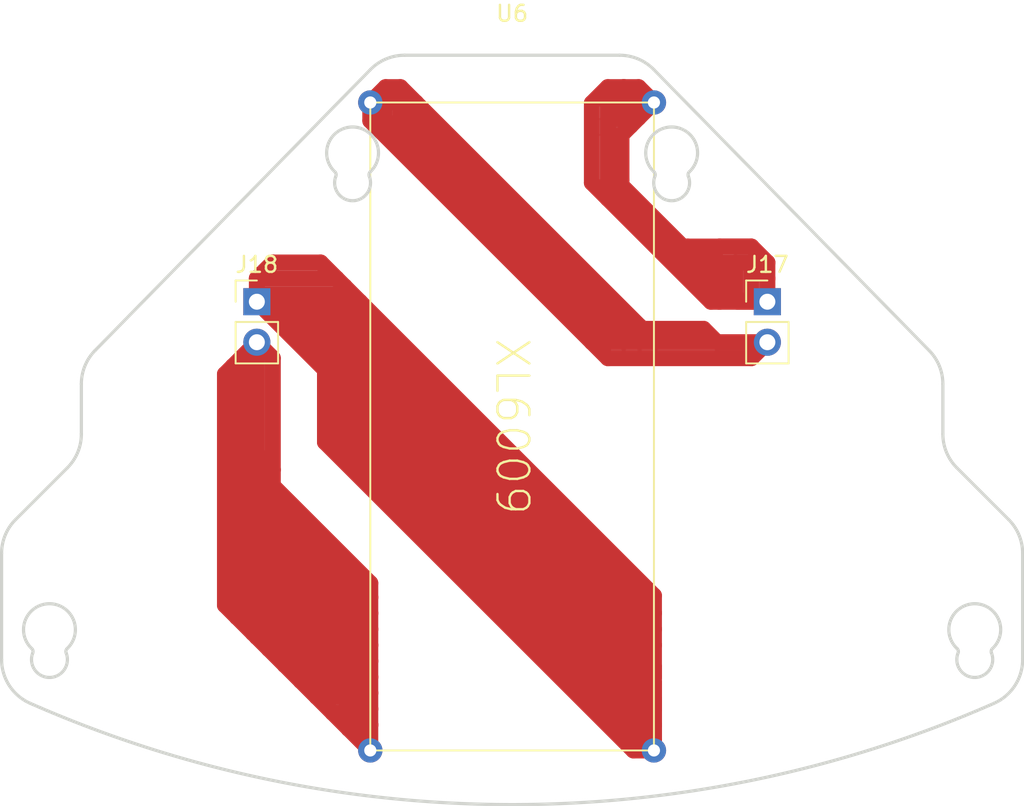
<source format=kicad_pcb>
(kicad_pcb (version 20221018) (generator pcbnew)
  (layers (0 "F.Cu" signal) (31 "B.Cu" signal) (34 "B.Paste" user) (35 "F.Paste" user) (36 "B.SilkS" user "B.Silkscreen") (37 "F.SilkS" user "F.Silkscreen") (38 "B.Mask" user) (39 "F.Mask" user) (44 "Edge.Cuts" user))
  (net 0 "")
  (net 1 "+12V")
  (net 2 "GND")
  (net 3 "OUT+")
  (net 4 "OUT-")
  (footprint "Connector_PinHeader_2.54mm:PinHeader_1x02_P2.54mm_Vertical" (layer "F.Cu") (at 166 75.46)
    (fp_text reference "J17" (at 0 -2.33) (layer "F.SilkS"))
    (fp_text value "Conn_01x02_Socket")
    (fp_line (start -1.33 -1.33) (end 0 -1.33) (stroke (width 0.12)) (layer "F.SilkS"))
    (fp_line (start -1.33 0) (end -1.33 -1.33) (stroke (width 0.12)) (layer "F.SilkS"))
    (fp_line (start -1.33 1.27) (end -1.33 3.87) (stroke (width 0.12)) (layer "F.SilkS"))
    (fp_line (start -1.33 1.27) (end 1.33 1.27) (stroke (width 0.12)) (layer "F.SilkS"))
    (fp_line (start -1.33 3.87) (end 1.33 3.87) (stroke (width 0.12)) (layer "F.SilkS"))
    (fp_line (start 1.33 1.27) (end 1.33 3.87) (stroke (width 0.12)) (layer "F.SilkS"))
    (pad "1" thru_hole rect (at 0 0) (size 1.7 1.7) (drill 1) (layers "*.Cu" "*.Mask") (net 1 "+12V"))
    (pad "2" thru_hole oval (at 0 2.54) (size 1.7 1.7) (drill 1) (layers "*.Cu" "*.Mask") (net 2 "GND"))
  )
  (footprint "XL6009:XL6009" (layer "F.Cu") (at 150 57.884)
    (fp_text reference "U6" (at 0 -0.5 unlocked) (layer "F.SilkS"))
    (fp_text value "XL6009")
    (fp_text user "XL6009" (at 0 25.4 270 unlocked) (layer "F.SilkS") (effects (font (size 2 2))))
    (fp_rect (start -8.89 5.08) (end 8.89 45.72) (stroke (width 0.12)) (fill none) (layer "F.SilkS"))
    (pad "1" thru_hole circle (at 8.89 5.08) (size 1.524 1.524) (drill 0.762) (layers "*.Cu" "*.Mask") (net 1 "+12V"))
    (pad "2" thru_hole circle (at -8.89 5.08) (size 1.524 1.524) (drill 0.762) (layers "*.Cu" "*.Mask") (net 2 "GND"))
    (pad "3" thru_hole circle (at 8.89 45.72) (size 1.524 1.524) (drill 0.762) (layers "*.Cu" "*.Mask") (net 3 "OUT+"))
    (pad "4" thru_hole circle (at -8.89 45.72) (size 1.524 1.524) (drill 0.762) (layers "*.Cu" "*.Mask") (net 4 "OUT-"))
  )
  (footprint "Connector_PinHeader_2.54mm:PinHeader_1x02_P2.54mm_Vertical" (layer "F.Cu") (at 134 75.46)
    (fp_text reference "J18" (at 0 -2.33) (layer "F.SilkS"))
    (fp_text value "Conn_01x02_Socket")
    (fp_line (start -1.33 -1.33) (end 0 -1.33) (stroke (width 0.12)) (layer "F.SilkS"))
    (fp_line (start -1.33 0) (end -1.33 -1.33) (stroke (width 0.12)) (layer "F.SilkS"))
    (fp_line (start -1.33 1.27) (end -1.33 3.87) (stroke (width 0.12)) (layer "F.SilkS"))
    (fp_line (start -1.33 1.27) (end 1.33 1.27) (stroke (width 0.12)) (layer "F.SilkS"))
    (fp_line (start -1.33 3.87) (end 1.33 3.87) (stroke (width 0.12)) (layer "F.SilkS"))
    (fp_line (start 1.33 1.27) (end 1.33 3.87) (stroke (width 0.12)) (layer "F.SilkS"))
    (pad "1" thru_hole rect (at 0 0) (size 1.7 1.7) (drill 1) (layers "*.Cu" "*.Mask") (net 3 "OUT+"))
    (pad "2" thru_hole oval (at 0 2.54) (size 1.7 1.7) (drill 1) (layers "*.Cu" "*.Mask") (net 4 "OUT-"))
  )
  (gr_line (start 181.121321 89.121321) (end 177.87868 85.87868) (stroke (width 0.2)) (layer "Edge.Cuts"))
  (gr_arc (start 177.891331 97.214498) (mid 177.964609 97.342164) (end 177.953354 97.488943) (stroke (width 0.2)) (layer "Edge.Cuts"))
  (gr_line (start 182 97.901443) (end 182 91.242642) (stroke (width 0.2)) (layer "Edge.Cuts"))
  (gr_line (start 141.117718 60.900673) (end 123.856912 78.52128) (stroke (width 0.2)) (layer "Edge.Cuts"))
  (gr_arc (start 180.046647 97.488943) (mid 179 99.026444) (end 177.953354 97.488943) (stroke (width 0.2)) (layer "Edge.Cuts"))
  (gr_arc (start 118 91.242642) (mid 118.228341 90.094582) (end 118.878679 89.121321) (stroke (width 0.2)) (layer "Edge.Cuts"))
  (gr_arc (start 180.046647 97.488943) (mid 180.035365 97.342158) (end 180.10867 97.214498) (stroke (width 0.2)) (layer "Edge.Cuts"))
  (gr_arc (start 177.891331 97.214498) (mid 179 94.401444) (end 180.10867 97.214498) (stroke (width 0.2)) (layer "Edge.Cuts"))
  (gr_arc (start 141.117718 60.900673) (mid 142.09848 60.23433) (end 143.260806 60) (stroke (width 0.2)) (layer "Edge.Cuts"))
  (gr_arc (start 123 80.620607) (mid 123.222489 79.486874) (end 123.856912 78.52128) (stroke (width 0.2)) (layer "Edge.Cuts"))
  (gr_arc (start 119.791666 100.647336) (mid 118.487531 99.540802) (end 118 97.901443) (stroke (width 0.2)) (layer "Edge.Cuts"))
  (gr_arc (start 119.89133 97.214498) (mid 120.999999 94.401444) (end 122.108669 97.214498) (stroke (width 0.2)) (layer "Edge.Cuts"))
  (gr_arc (start 123 83.75736) (mid 122.771654 84.905417) (end 122.12132 85.87868) (stroke (width 0.2)) (layer "Edge.Cuts"))
  (gr_line (start 123 80.620607) (end 123 83.75736) (stroke (width 0.2)) (layer "Edge.Cuts"))
  (gr_arc (start 119.89133 97.214498) (mid 119.964638 97.342161) (end 119.953353 97.488943) (stroke (width 0.2)) (layer "Edge.Cuts"))
  (gr_arc (start 138.89133 67.313056) (mid 140 64.500001) (end 141.10867 67.313056) (stroke (width 0.2)) (layer "Edge.Cuts"))
  (gr_arc (start 141.046646 67.587501) (mid 141.035382 67.440731) (end 141.10867 67.313056) (stroke (width 0.2)) (layer "Edge.Cuts"))
  (gr_line (start 176.143088 78.52128) (end 158.882282 60.900673) (stroke (width 0.2)) (layer "Edge.Cuts"))
  (gr_arc (start 182 97.901443) (mid 181.512469 99.540802) (end 180.208334 100.647336) (stroke (width 0.2)) (layer "Edge.Cuts"))
  (gr_arc (start 161.046647 67.587501) (mid 161.035388 67.440729) (end 161.10867 67.313056) (stroke (width 0.2)) (layer "Edge.Cuts"))
  (gr_arc (start 181.121321 89.121321) (mid 181.77164 90.094591) (end 182 91.242642) (stroke (width 0.2)) (layer "Edge.Cuts"))
  (gr_arc (start 176.143088 78.52128) (mid 176.777534 79.486864) (end 177 80.620607) (stroke (width 0.2)) (layer "Edge.Cuts"))
  (gr_arc (start 158.89133 67.313056) (mid 160 64.500001) (end 161.10867 67.313056) (stroke (width 0.2)) (layer "Edge.Cuts"))
  (gr_line (start 122.12132 85.87868) (end 118.878679 89.121321) (stroke (width 0.2)) (layer "Edge.Cuts"))
  (gr_line (start 177 83.75736) (end 177 80.620607) (stroke (width 0.2)) (layer "Edge.Cuts"))
  (gr_line (start 118 91.242642) (end 118 97.901443) (stroke (width 0.2)) (layer "Edge.Cuts"))
  (gr_arc (start 177.87868 85.87868) (mid 177.228356 84.905411) (end 177 83.75736) (stroke (width 0.2)) (layer "Edge.Cuts"))
  (gr_arc (start 156.739194 60) (mid 157.901527 60.234315) (end 158.882282 60.900673) (stroke (width 0.2)) (layer "Edge.Cuts"))
  (gr_arc (start 122.046646 97.488943) (mid 122.035369 97.342155) (end 122.108669 97.214498) (stroke (width 0.2)) (layer "Edge.Cuts"))
  (gr_arc (start 180.208334 100.647336) (mid 150 107.000001) (end 119.791666 100.647336) (stroke (width 0.2)) (layer "Edge.Cuts"))
  (gr_arc (start 138.89133 67.313056) (mid 138.964601 67.440727) (end 138.953353 67.587501) (stroke (width 0.2)) (layer "Edge.Cuts"))
  (gr_arc (start 141.046646 67.587501) (mid 139.999999 69.125003) (end 138.953353 67.587501) (stroke (width 0.2)) (layer "Edge.Cuts"))
  (gr_arc (start 158.89133 67.313056) (mid 158.964631 67.440724) (end 158.953354 67.587501) (stroke (width 0.2)) (layer "Edge.Cuts"))
  (gr_arc (start 122.046646 97.488943) (mid 120.999999 99.026445) (end 119.953353 97.488943) (stroke (width 0.2)) (layer "Edge.Cuts"))
  (gr_line (start 156.739194 60) (end 143.260806 60) (stroke (width 0.2)) (layer "Edge.Cuts"))
  (gr_arc (start 161.046647 67.587501) (mid 160 69.125002) (end 158.953354 67.587501) (stroke (width 0.2)) (layer "Edge.Cuts"))
  (segment (start 164 73) (end 164 75) (width 1) (layer "F.Cu") (net 1))
  (segment (start 158.89 62.964) (end 157.927 63.927) (width 1) (layer "F.Cu") (net 1))
  (segment (start 157 64) (end 156 64) (width 1) (layer "F.Cu") (net 1))
  (segment (start 156.854 65) (end 156.854 67.836) (width 1) (layer "F.Cu") (net 1))
  (segment (start 162.845 74.155) (end 164 73) (width 1) (layer "F.Cu") (net 1))
  (segment (start 163 75.46) (end 162.46 75.46) (width 1) (layer "F.Cu") (net 1))
  (segment (start 164 75) (end 163.845 75.155) (width 1) (layer "F.Cu") (net 1))
  (segment (start 156 65) (end 156 63) (width 1) (layer "F.Cu") (net 1))
  (segment (start 157.926 62) (end 157 62) (width 1) (layer "F.Cu") (net 1))
  (segment (start 161.845 73.155) (end 160.845 72.155) (width 1) (layer "F.Cu") (net 1))
  (segment (start 156 62) (end 155 63) (width 1) (layer "F.Cu") (net 1))
  (segment (start 156 69) (end 156 68) (width 1) (layer "F.Cu") (net 1))
  (segment (start 156 68) (end 156 65) (width 1) (layer "F.Cu") (net 1))
  (segment (start 163.845 75.155) (end 162.845 74.155) (width 1) (layer "F.Cu") (net 1))
  (segment (start 166 73) (end 166 74) (width 1) (layer "F.Cu") (net 1))
  (segment (start 156.854 67.836) (end 156.69 68) (width 1) (layer "F.Cu") (net 1))
  (segment (start 162.845 74.155) (end 161.845 73.155) (width 1) (layer "F.Cu") (net 1))
  (segment (start 166 75.46) (end 165 75.46) (width 1) (layer "F.Cu") (net 1))
  (segment (start 162.5 72.5) (end 163 73) (width 1) (layer "F.Cu") (net 1))
  (segment (start 157.427 64.427) (end 156.854 65) (width 1) (layer "F.Cu") (net 1))
  (segment (start 156 68) (end 156 68.46) (width 1) (layer "F.Cu") (net 1))
  (segment (start 157.927 63.927) (end 157.427 64.427) (width 1) (layer "F.Cu") (net 1))
  (segment (start 165 73) (end 166 73) (width 1) (layer "F.Cu") (net 1))
  (segment (start 156.69 68) (end 156 68) (width 1) (layer "F.Cu") (net 1))
  (segment (start 161 72) (end 165 72) (width 1) (layer "F.Cu") (net 1))
  (segment (start 161.845 73.155) (end 162.5 72.5) (width 1) (layer "F.Cu") (net 1))
  (segment (start 157.927 63.927) (end 157.036 63.036) (width 1) (layer "F.Cu") (net 1))
  (segment (start 165 75.46) (end 164.15 75.46) (width 1) (layer "F.Cu") (net 1))
  (segment (start 163 73) (end 165 73) (width 1) (layer "F.Cu") (net 1))
  (segment (start 164.15 75.46) (end 163.845 75.155) (width 1) (layer "F.Cu") (net 1))
  (segment (start 163 72) (end 165 72) (width 1) (layer "F.Cu") (net 1))
  (segment (start 155 68) (end 156 69) (width 1) (layer "F.Cu") (net 1))
  (segment (start 156 63) (end 157 62) (width 1) (layer "F.Cu") (net 1))
  (segment (start 164 73) (end 165 73) (width 1) (layer "F.Cu") (net 1))
  (segment (start 155 63) (end 155 68) (width 1) (layer "F.Cu") (net 1))
  (segment (start 157.427 64.427) (end 157 64) (width 1) (layer "F.Cu") (net 1))
  (segment (start 166 74) (end 165 73) (width 1) (layer "F.Cu") (net 1))
  (segment (start 157.036 62.964) (end 158.89 62.964) (width 1) (layer "F.Cu") (net 1))
  (segment (start 165 73) (end 165 75.46) (width 1) (layer "F.Cu") (net 1))
  (segment (start 158.89 62.964) (end 157.926 62) (width 1) (layer "F.Cu") (net 1))
  (segment (start 166 75.46) (end 163 75.46) (width 1) (layer "F.Cu") (net 1))
  (segment (start 160.845 72.155) (end 156.69 68) (width 1) (layer "F.Cu") (net 1))
  (segment (start 157 62) (end 156 62) (width 1) (layer "F.Cu") (net 1))
  (segment (start 162.46 75.46) (end 156 69) (width 1) (layer "F.Cu") (net 1))
  (segment (start 162.5 72.5) (end 163 72) (width 1) (layer "F.Cu") (net 1))
  (segment (start 160.845 72.155) (end 161 72) (width 1) (layer "F.Cu") (net 1))
  (segment (start 165 72) (end 166 73) (width 1) (layer "F.Cu") (net 1))
  (segment (start 156 68.46) (end 163 75.46) (width 1) (layer "F.Cu") (net 1))
  (segment (start 156 64) (end 157.036 62.964) (width 1) (layer "F.Cu") (net 1))
  (segment (start 166 74) (end 166 75.46) (width 1) (layer "F.Cu") (net 1))
  (segment (start 157.036 63.036) (end 157.036 62.964) (width 1) (layer "F.Cu") (net 1))
  (segment (start 156 65) (end 156 64) (width 1) (layer "F.Cu") (net 1))
  (segment (start 156.854 65) (end 156 65) (width 1) (layer "F.Cu") (net 1))
  (segment (start 162 77.16) (end 162.84 78) (width 1) (layer "F.Cu") (net 2))
  (segment (start 143 62.964) (end 142 62.964) (width 1) (layer "F.Cu") (net 2))
  (segment (start 162.84 78) (end 166 78) (width 1) (layer "F.Cu") (net 2))
  (segment (start 142 62.964) (end 142 64) (width 1) (layer "F.Cu") (net 2))
  (segment (start 166 78) (end 165 79) (width 1) (layer "F.Cu") (net 2))
  (segment (start 143 64) (end 157 78) (width 1) (layer "F.Cu") (net 2))
  (segment (start 143.964 63.964) (end 158 78) (width 1) (layer "F.Cu") (net 2))
  (segment (start 156 79) (end 155 78) (width 1) (layer "F.Cu") (net 2))
  (segment (start 141.11 62.964) (end 141.11 64.11) (width 1) (layer "F.Cu") (net 2))
  (segment (start 158.16 77.16) (end 162 77.16) (width 1) (layer "F.Cu") (net 2))
  (segment (start 141.11 62.964) (end 142.074 62) (width 1) (layer "F.Cu") (net 2))
  (segment (start 142 62.964) (end 141.11 62.964) (width 1) (layer "F.Cu") (net 2))
  (segment (start 156 78) (end 157 78) (width 1) (layer "F.Cu") (net 2))
  (segment (start 143 62) (end 143.964 62.964) (width 1) (layer "F.Cu") (net 2))
  (segment (start 158 78) (end 159 78) (width 1) (layer "F.Cu") (net 2))
  (segment (start 143 62.964) (end 143 64) (width 1) (layer "F.Cu") (net 2))
  (segment (start 158 77) (end 143.964 62.964) (width 1) (layer "F.Cu") (net 2))
  (segment (start 166 78) (end 159 78) (width 1) (layer "F.Cu") (net 2))
  (segment (start 158 77) (end 158.16 77.16) (width 1) (layer "F.Cu") (net 2))
  (segment (start 143.964 62.964) (end 143.964 63.964) (width 1) (layer "F.Cu") (net 2))
  (segment (start 159 78) (end 158 77) (width 1) (layer "F.Cu") (net 2))
  (segment (start 142 64) (end 156 78) (width 1) (layer "F.Cu") (net 2))
  (segment (start 143.964 62.964) (end 143 62.964) (width 1) (layer "F.Cu") (net 2))
  (segment (start 142.074 62) (end 143 62) (width 1) (layer "F.Cu") (net 2))
  (segment (start 141.11 64.11) (end 155 78) (width 1) (layer "F.Cu") (net 2))
  (segment (start 157 78) (end 158 78) (width 1) (layer "F.Cu") (net 2))
  (segment (start 155 78) (end 156 78) (width 1) (layer "F.Cu") (net 2))
  (segment (start 165 79) (end 156 79) (width 1) (layer "F.Cu") (net 2))
  (segment (start 158.27 101) (end 158.89 101) (width 1) (layer "F.Cu") (net 3))
  (segment (start 138 73) (end 139 74) (width 1) (layer "F.Cu") (net 3))
  (segment (start 137 75.46) (end 158.54 97) (width 1) (layer "F.Cu") (net 3))
  (segment (start 138.27 81) (end 138.27 79.73) (width 1) (layer "F.Cu") (net 3))
  (segment (start 140.46 75.46) (end 158.89 93.89) (width 1) (layer "F.Cu") (net 3))
  (segment (start 138.27 84.27) (end 138.27 83) (width 1) (layer "F.Cu") (net 3))
  (segment (start 138 75.46) (end 138.35 75.46) (width 1) (layer "F.Cu") (net 3))
  (segment (start 134 75) (end 134 74) (width 1) (layer "F.Cu") (net 3))
  (segment (start 139 75) (end 134 75) (width 1) (layer "F.Cu") (net 3))
  (segment (start 136 75.46) (end 158.89 98.35) (width 1) (layer "F.Cu") (net 3))
  (segment (start 136 75.46) (end 137 75.46) (width 1) (layer "F.Cu") (net 3))
  (segment (start 134 75.46) (end 138.27 79.73) (width 1) (layer "F.Cu") (net 3))
  (segment (start 134 74) (end 135 73) (width 1) (layer "F.Cu") (net 3))
  (segment (start 138.27 83) (end 158.27 103) (width 1) (layer "F.Cu") (net 3))
  (segment (start 158.89 97) (end 158.89 99) (width 1) (layer "F.Cu") (net 3))
  (segment (start 157.604 103.604) (end 138.27 84.27) (width 1) (layer "F.Cu") (net 3))
  (segment (start 138.27 79.73) (end 158.89 100.35) (width 1) (layer "F.Cu") (net 3))
  (segment (start 158.27 103) (end 158.89 103) (width 1) (layer "F.Cu") (net 3))
  (segment (start 158.89 103.604) (end 157.604 103.604) (width 1) (layer "F.Cu") (net 3))
  (segment (start 134 75.46) (end 135 75.46) (width 1) (layer "F.Cu") (net 3))
  (segment (start 135 75.46) (end 136 75.46) (width 1) (layer "F.Cu") (net 3))
  (segment (start 158.89 98.35) (end 158.89 99) (width 1) (layer "F.Cu") (net 3))
  (segment (start 138 75.46) (end 139.35 75.46) (width 1) (layer "F.Cu") (net 3))
  (segment (start 158.89 96) (end 158.89 97) (width 1) (layer "F.Cu") (net 3))
  (segment (start 158.89 93.89) (end 158.89 95) (width 1) (layer "F.Cu") (net 3))
  (segment (start 158.89 95) (end 158.89 96) (width 1) (layer "F.Cu") (net 3))
  (segment (start 139.5 74.5) (end 139 75) (width 1) (layer "F.Cu") (net 3))
  (segment (start 138.27 82) (end 138.27 81) (width 1) (layer "F.Cu") (net 3))
  (segment (start 138.27 81) (end 158.27 101) (width 1) (layer "F.Cu") (net 3))
  (segment (start 135 75.46) (end 158.89 99.35) (width 1) (layer "F.Cu") (net 3))
  (segment (start 158.89 101) (end 158.89 102) (width 1) (layer "F.Cu") (net 3))
  (segment (start 158.89 103) (end 158.89 103.604) (width 1) (layer "F.Cu") (net 3))
  (segment (start 158.89 100.35) (end 158.89 101) (width 1) (layer "F.Cu") (net 3))
  (segment (start 158.54 97) (end 158.89 97) (width 1) (layer "F.Cu") (net 3))
  (segment (start 134 75.46) (end 140.46 75.46) (width 1) (layer "F.Cu") (net 3))
  (segment (start 158.89 99) (end 158.89 103.604) (width 1) (layer "F.Cu") (net 3))
  (segment (start 134 75.46) (end 138.54 75.46) (width 1) (layer "F.Cu") (net 3))
  (segment (start 158.89 102) (end 158.89 103) (width 1) (layer "F.Cu") (net 3))
  (segment (start 137 75.46) (end 138 75.46) (width 1) (layer "F.Cu") (net 3))
  (segment (start 138.35 75.46) (end 158.89 96) (width 1) (layer "F.Cu") (net 3))
  (segment (start 138.27 82) (end 158.27 102) (width 1) (layer "F.Cu") (net 3))
  (segment (start 158.27 102) (end 158.89 102) (width 1) (layer "F.Cu") (net 3))
  (segment (start 135 73) (end 138 73) (width 1) (layer "F.Cu") (net 3))
  (segment (start 139.35 75.46) (end 158.89 95) (width 1) (layer "F.Cu") (net 3))
  (segment (start 134 75.46) (end 134 75) (width 1) (layer "F.Cu") (net 3))
  (segment (start 138.54 75.46) (end 139.5 74.5) (width 1) (layer "F.Cu") (net 3))
  (segment (start 134 74) (end 139 74) (width 1) (layer "F.Cu") (net 3))
  (segment (start 139.5 74.5) (end 140.46 75.46) (width 1) (layer "F.Cu") (net 3))
  (segment (start 139 74) (end 139.5 74.5) (width 1) (layer "F.Cu") (net 3))
  (segment (start 158.89 99.35) (end 158.89 101) (width 1) (layer "F.Cu") (net 3))
  (segment (start 138.27 83) (end 138.27 82) (width 1) (layer "F.Cu") (net 3))
  (segment (start 134.11 91) (end 141.11 98) (width 1) (layer "F.Cu") (net 4))
  (segment (start 134 95) (end 134 96.494) (width 1) (layer "F.Cu") (net 4))
  (segment (start 141.11 102) (end 140.357 101.247) (width 1) (layer "F.Cu") (net 4))
  (segment (start 141.11 102) (end 140 102) (width 1) (layer "F.Cu") (net 4))
  (segment (start 134 96.494) (end 134.753 97.247) (width 1) (layer "F.Cu") (net 4))
  (segment (start 134.11 95) (end 135.055 95.945) (width 1) (layer "F.Cu") (net 4))
  (segment (start 134.11 88) (end 141.11 95) (width 1) (layer "F.Cu") (net 4))
  (segment (start 134 89) (end 134 90) (width 1) (layer "F.Cu") (net 4))
  (segment (start 139.753 100.643) (end 139.753 102.247) (width 1) (layer "F.Cu") (net 4))
  (segment (start 140.357 101.247) (end 138.753 101.247) (width 1) (layer "F.Cu") (net 4))
  (segment (start 136.055 97.945) (end 135.753 98.247) (width 1) (layer "F.Cu") (net 4))
  (segment (start 134 88) (end 134.11 88) (width 1) (layer "F.Cu") (net 4))
  (segment (start 134 87) (end 134 88) (width 1) (layer "F.Cu") (net 4))
  (segment (start 134 79) (end 134 86) (width 1) (layer "F.Cu") (net 4))
  (segment (start 133.753 96.247) (end 133.753 79.753) (width 1) (layer "F.Cu") (net 4))
  (segment (start 134.11 92) (end 141.11 99) (width 1) (layer "F.Cu") (net 4))
  (segment (start 137.357 98.247) (end 135.753 98.247) (width 1) (layer "F.Cu") (net 4))
  (segment (start 134 86) (end 135 87) (width 1) (layer "F.Cu") (net 4))
  (segment (start 139.753 102.247) (end 141.11 103.604) (width 1) (layer "F.Cu") (net 4))
  (segment (start 141.11 100) (end 141.11 101) (width 1) (layer "F.Cu") (net 4))
  (segment (start 134 90) (end 134.11 90) (width 1) (layer "F.Cu") (net 4))
  (segment (start 141.11 93.11) (end 141.11 94) (width 1) (layer "F.Cu") (net 4))
  (segment (start 136.055 96.945) (end 135.055 96.945) (width 1) (layer "F.Cu") (net 4))
  (segment (start 134 90) (end 134 91) (width 1) (layer "F.Cu") (net 4))
  (segment (start 133 79) (end 132.5 79.5) (width 1) (layer "F.Cu") (net 4))
  (segment (start 136.055 96.945) (end 137.555 98.445) (width 1) (layer "F.Cu") (net 4))
  (segment (start 135.753 98.247) (end 136.753 99.247) (width 1) (layer "F.Cu") (net 4))
  (segment (start 134 91) (end 134 92) (width 1) (layer "F.Cu") (net 4))
  (segment (start 136.753 99.247) (end 137.753 100.247) (width 1) (layer "F.Cu") (net 4))
  (segment (start 132.753 95.247) (end 132.753 79.753) (width 1) (layer "F.Cu") (net 4))
  (segment (start 136.055 96.945) (end 136.055 97.945) (width 1) (layer "F.Cu") (net 4))
  (segment (start 132.753 95.247) (end 133.753 96.247) (width 1) (layer "F.Cu") (net 4))
  (segment (start 134 92) (end 134.11 92) (width 1) (layer "F.Cu") (net 4))
  (segment (start 138.357 100.247) (end 137.055 98.945) (width 1) (layer "F.Cu") (net 4))
  (segment (start 134 88) (end 134 89) (width 1) (layer "F.Cu") (net 4))
  (segment (start 135.055 95.945) (end 135.055 96.945) (width 1) (layer "F.Cu") (net 4))
  (segment (start 141.11 98) (end 141.11 99) (width 1) (layer "F.Cu") (net 4))
  (segment (start 135 86) (end 134 85) (width 1) (layer "F.Cu") (net 4))
  (segment (start 134 78) (end 134 79) (width 1) (layer "F.Cu") (net 4))
  (segment (start 134 93) (end 134.11 93) (width 1) (layer "F.Cu") (net 4))
  (segment (start 134 89) (end 134.11 89) (width 1) (layer "F.Cu") (net 4))
  (segment (start 134 86) (end 134 87) (width 1) (layer "F.Cu") (net 4))
  (segment (start 134.753 97.247) (end 135.753 98.247) (width 1) (layer "F.Cu") (net 4))
  (segment (start 139.055 98.945) (end 141.11 101) (width 1) (layer "F.Cu") (net 4))
  (segment (start 135.055 95.945) (end 134.549 95.945) (width 1) (layer "F.Cu") (net 4))
  (segment (start 134 91) (end 134.11 91) (width 1) (layer "F.Cu") (net 4))
  (segment (start 141.11 102) (end 141.11 103.604) (width 1) (layer "F.Cu") (net 4))
  (segment (start 134.11 93) (end 141.11 100) (width 1) (layer "F.Cu") (net 4))
  (segment (start 135.055 96.945) (end 134.753 97.247) (width 1) (layer "F.Cu") (net 4))
  (segment (start 141.11 101) (end 141.11 102) (width 1) (layer "F.Cu") (net 4))
  (segment (start 139.357 100.247) (end 138.357 100.247) (width 1) (layer "F.Cu") (net 4))
  (segment (start 132 80) (end 132 94.494) (width 1) (layer "F.Cu") (net 4))
  (segment (start 140 102) (end 139.753 102.247) (width 1) (layer "F.Cu") (net 4))
  (segment (start 132.753 79.753) (end 132.5 79.5) (width 1) (layer "F.Cu") (net 4))
  (segment (start 132.5 79.5) (end 132 80) (width 1) (layer "F.Cu") (net 4))
  (segment (start 134.549 95.945) (end 134 96.494) (width 1) (layer "F.Cu") (net 4))
  (segment (start 136.055 96.945) (end 139.753 100.643) (width 1) (layer "F.Cu") (net 4))
  (segment (start 134 94) (end 134 95) (width 1) (layer "F.Cu") (net 4))
  (segment (start 134 78) (end 133 79) (width 1) (layer "F.Cu") (net 4))
  (segment (start 137.055 98.945) (end 136.753 99.247) (width 1) (layer "F.Cu") (net 4))
  (segment (start 134.11 89) (end 141.11 96) (width 1) (layer "F.Cu") (net 4))
  (segment (start 139.055 98.945) (end 137.055 98.945) (width 1) (layer "F.Cu") (net 4))
  (segment (start 141.11 96) (end 141.11 97) (width 1) (layer "F.Cu") (net 4))
  (segment (start 137.753 100.247) (end 138.753 101.247) (width 1) (layer "F.Cu") (net 4))
  (segment (start 134.11 94) (end 139.055 98.945) (width 1) (layer "F.Cu") (net 4))
  (segment (start 141.11 97) (end 141.11 98) (width 1) (layer "F.Cu") (net 4))
  (segment (start 141.11 94) (end 141.11 95) (width 1) (layer "F.Cu") (net 4))
  (segment (start 141.11 95) (end 141.11 96) (width 1) (layer "F.Cu") (net 4))
  (segment (start 134 87) (end 134.11 87) (width 1) (layer "F.Cu") (net 4))
  (segment (start 134 95) (end 134.11 95) (width 1) (layer "F.Cu") (net 4))
  (segment (start 135 87) (end 135 86) (width 1) (layer "F.Cu") (net 4))
  (segment (start 133 95) (end 132.753 95.247) (width 1) (layer "F.Cu") (net 4))
  (segment (start 134 93) (end 134 94) (width 1) (layer "F.Cu") (net 4))
  (segment (start 135 79) (end 134 78) (width 1) (layer "F.Cu") (net 4))
  (segment (start 141.11 99) (end 141.11 100) (width 1) (layer "F.Cu") (net 4))
  (segment (start 139.753 100.643) (end 139.357 100.247) (width 1) (layer "F.Cu") (net 4))
  (segment (start 134 94) (end 134.11 94) (width 1) (layer "F.Cu") (net 4))
  (segment (start 135 87) (end 141.11 93.11) (width 1) (layer "F.Cu") (net 4))
  (segment (start 132 94.494) (end 132.753 95.247) (width 1) (layer "F.Cu") (net 4))
  (segment (start 135 86) (end 135 79) (width 1) (layer "F.Cu") (net 4))
  (segment (start 134.11 87) (end 141.11 94) (width 1) (layer "F.Cu") (net 4))
  (segment (start 139.357 100.247) (end 137.753 100.247) (width 1) (layer "F.Cu") (net 4))
  (segment (start 138.753 101.247) (end 139.753 102.247) (width 1) (layer "F.Cu") (net 4))
  (segment (start 137.555 98.445) (end 141.11 102) (width 1) (layer "F.Cu") (net 4))
  (segment (start 135.055 95.945) (end 136.055 96.945) (width 1) (layer "F.Cu") (net 4))
  (segment (start 133.753 79.753) (end 133 79) (width 1) (layer "F.Cu") (net 4))
  (segment (start 134 85) (end 134 79) (width 1) (layer "F.Cu") (net 4))
  (segment (start 133.753 96.247) (end 134 96.494) (width 1) (layer "F.Cu") (net 4))
  (segment (start 134 92) (end 134 93) (width 1) (layer "F.Cu") (net 4))
  (segment (start 133 79) (end 133 95) (width 1) (layer "F.Cu") (net 4))
  (segment (start 134.11 90) (end 141.11 97) (width 1) (layer "F.Cu") (net 4))
  (segment (start 137.555 98.445) (end 137.357 98.247) (width 1) (layer "F.Cu") (net 4))
)
</source>
